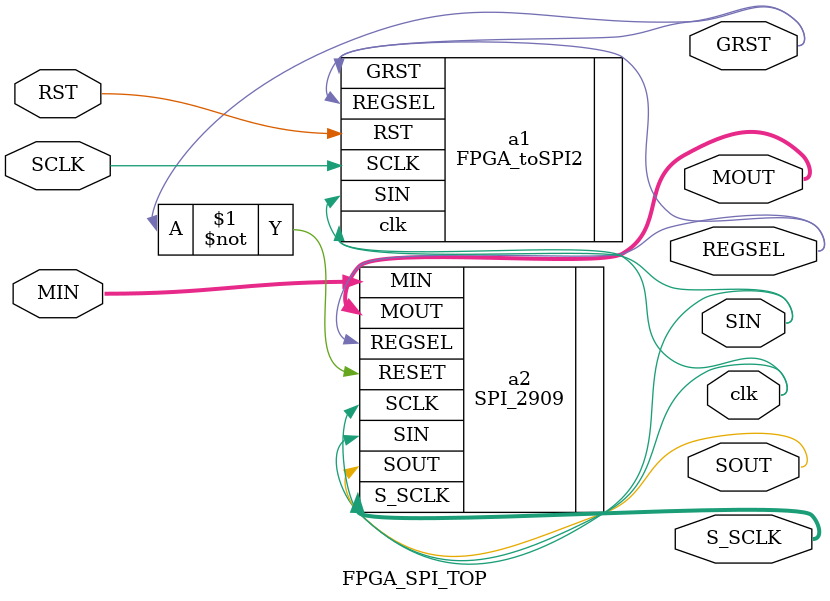
<source format=v>
`timescale 1ns / 1ps
 

module FPGA_SPI_TOP(input SCLK, input RST, output [31:0] S_SCLK, output SOUT, output [31:0] MOUT, input [31:0] MIN, output SIN, output GRST, output REGSEL,output clk);

FPGA_toSPI2 a1(.SCLK(SCLK), .RST(RST), .GRST(GRST), .SIN(SIN), .REGSEL(REGSEL), .clk(clk)); 
   
SPI_2909 a2( .RESET(~GRST), .REGSEL(REGSEL), .SIN(SIN), .SCLK(clk),.MIN(MIN), .S_SCLK(S_SCLK), .MOUT(MOUT), .SOUT(SOUT) );                   
endmodule

</source>
